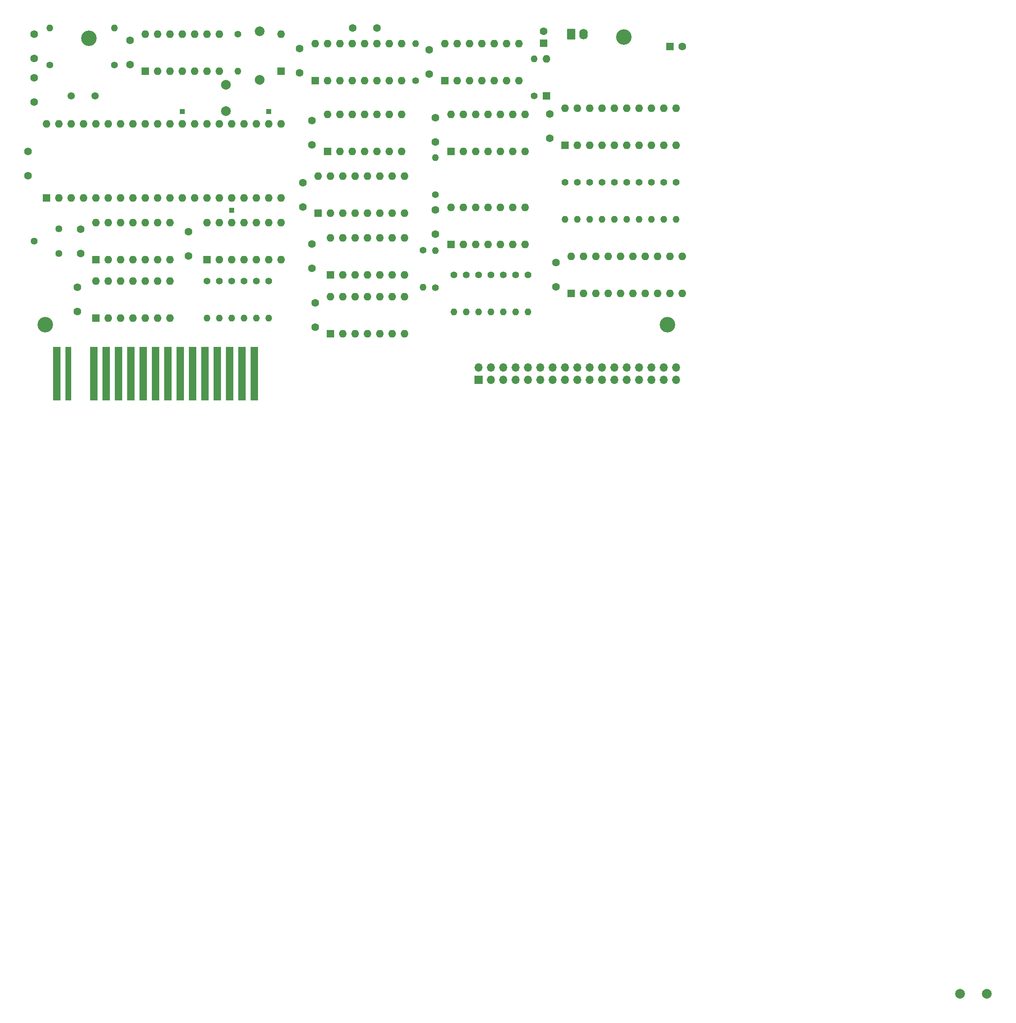
<source format=gbr>
%TF.GenerationSoftware,KiCad,Pcbnew,7.0.9*%
%TF.CreationDate,2024-01-09T01:54:30-03:00*%
%TF.ProjectId,HB-3600_FDC,48422d33-3630-4305-9f46-44432e6b6963,V1.0.0*%
%TF.SameCoordinates,Original*%
%TF.FileFunction,Soldermask,Top*%
%TF.FilePolarity,Negative*%
%FSLAX46Y46*%
G04 Gerber Fmt 4.6, Leading zero omitted, Abs format (unit mm)*
G04 Created by KiCad (PCBNEW 7.0.9) date 2024-01-09 01:54:30*
%MOMM*%
%LPD*%
G01*
G04 APERTURE LIST*
G04 Aperture macros list*
%AMRoundRect*
0 Rectangle with rounded corners*
0 $1 Rounding radius*
0 $2 $3 $4 $5 $6 $7 $8 $9 X,Y pos of 4 corners*
0 Add a 4 corners polygon primitive as box body*
4,1,4,$2,$3,$4,$5,$6,$7,$8,$9,$2,$3,0*
0 Add four circle primitives for the rounded corners*
1,1,$1+$1,$2,$3*
1,1,$1+$1,$4,$5*
1,1,$1+$1,$6,$7*
1,1,$1+$1,$8,$9*
0 Add four rect primitives between the rounded corners*
20,1,$1+$1,$2,$3,$4,$5,0*
20,1,$1+$1,$4,$5,$6,$7,0*
20,1,$1+$1,$6,$7,$8,$9,0*
20,1,$1+$1,$8,$9,$2,$3,0*%
G04 Aperture macros list end*
%ADD10C,3.200000*%
%ADD11R,1.600000X1.600000*%
%ADD12O,1.600000X1.600000*%
%ADD13C,1.400000*%
%ADD14O,1.400000X1.400000*%
%ADD15R,1.000000X1.000000*%
%ADD16C,1.440000*%
%ADD17C,1.600000*%
%ADD18C,2.000000*%
%ADD19C,1.500000*%
%ADD20RoundRect,0.250000X-0.620000X-0.845000X0.620000X-0.845000X0.620000X0.845000X-0.620000X0.845000X0*%
%ADD21O,1.740000X2.190000*%
%ADD22R,1.600000X11.000000*%
%ADD23R,1.300000X11.000000*%
%ADD24R,1.700000X1.700000*%
%ADD25O,1.700000X1.700000*%
G04 APERTURE END LIST*
D10*
%TO.C,HOLE4*%
X80975200Y-118200000D03*
%TD*%
D11*
%TO.C,U5*%
X139065000Y-82550000D03*
D12*
X141605000Y-82550000D03*
X144145000Y-82550000D03*
X146685000Y-82550000D03*
X149225000Y-82550000D03*
X151765000Y-82550000D03*
X154305000Y-82550000D03*
X154305000Y-74930000D03*
X151765000Y-74930000D03*
X149225000Y-74930000D03*
X146685000Y-74930000D03*
X144145000Y-74930000D03*
X141605000Y-74930000D03*
X139065000Y-74930000D03*
%TD*%
D11*
%TO.C,U12*%
X139700000Y-107950000D03*
D12*
X142240000Y-107950000D03*
X144780000Y-107950000D03*
X147320000Y-107950000D03*
X149860000Y-107950000D03*
X152400000Y-107950000D03*
X154940000Y-107950000D03*
X154940000Y-100330000D03*
X152400000Y-100330000D03*
X149860000Y-100330000D03*
X147320000Y-100330000D03*
X144780000Y-100330000D03*
X142240000Y-100330000D03*
X139700000Y-100330000D03*
%TD*%
D10*
%TO.C,HOLE1*%
X89940000Y-59230000D03*
%TD*%
D13*
%TO.C,R2*%
X95250000Y-64770000D03*
D14*
X95250000Y-57150000D03*
%TD*%
D11*
%TO.C,U3*%
X163195000Y-67945000D03*
D12*
X165735000Y-67945000D03*
X168275000Y-67945000D03*
X170815000Y-67945000D03*
X173355000Y-67945000D03*
X175895000Y-67945000D03*
X178435000Y-67945000D03*
X178435000Y-60325000D03*
X175895000Y-60325000D03*
X173355000Y-60325000D03*
X170815000Y-60325000D03*
X168275000Y-60325000D03*
X165735000Y-60325000D03*
X163195000Y-60325000D03*
%TD*%
D15*
%TO.C,TP3*%
X119380000Y-94615000D03*
%TD*%
D13*
%TO.C,RBD8*%
X205740000Y-88900000D03*
D14*
X205740000Y-96520000D03*
%TD*%
D11*
%TO.C,U2*%
X136525000Y-67945000D03*
D12*
X139065000Y-67945000D03*
X141605000Y-67945000D03*
X144145000Y-67945000D03*
X146685000Y-67945000D03*
X149225000Y-67945000D03*
X151765000Y-67945000D03*
X154305000Y-67945000D03*
X154305000Y-60325000D03*
X151765000Y-60325000D03*
X149225000Y-60325000D03*
X146685000Y-60325000D03*
X144145000Y-60325000D03*
X141605000Y-60325000D03*
X139065000Y-60325000D03*
X136525000Y-60325000D03*
%TD*%
D11*
%TO.C,U9*%
X164465000Y-101625400D03*
D12*
X167005000Y-101625400D03*
X169545000Y-101625400D03*
X172085000Y-101625400D03*
X174625000Y-101625400D03*
X177165000Y-101625400D03*
X179705000Y-101625400D03*
X179705000Y-94005400D03*
X177165000Y-94005400D03*
X174625000Y-94005400D03*
X172085000Y-94005400D03*
X169545000Y-94005400D03*
X167005000Y-94005400D03*
X164465000Y-94005400D03*
%TD*%
D13*
%TO.C,RBC3*%
X170180000Y-107950000D03*
D14*
X170180000Y-115570000D03*
%TD*%
D16*
%TO.C,RV1*%
X83820000Y-98425000D03*
X78740000Y-100965000D03*
X83820000Y-103505000D03*
%TD*%
D13*
%TO.C,RBD5*%
X198120000Y-88900000D03*
D14*
X198120000Y-96520000D03*
%TD*%
D17*
%TO.C,C19*%
X149265000Y-57150000D03*
X144265000Y-57150000D03*
%TD*%
D13*
%TO.C,RBF4*%
X121920000Y-109220000D03*
D14*
X121920000Y-116840000D03*
%TD*%
D13*
%TO.C,RBD3*%
X193040000Y-88900000D03*
D14*
X193040000Y-96520000D03*
%TD*%
D13*
%TO.C,RBD9*%
X208280000Y-88900000D03*
D14*
X208280000Y-96520000D03*
%TD*%
D18*
%TO.C,CV1*%
X269234833Y-255843000D03*
X274734833Y-255843000D03*
%TD*%
%TO.C,CV1*%
X118150000Y-68776400D03*
X118150000Y-74276400D03*
%TD*%
D13*
%TO.C,RBD6*%
X200660000Y-88900000D03*
D14*
X200660000Y-96520000D03*
%TD*%
D17*
%TO.C,C15*%
X136525000Y-113705000D03*
X136525000Y-118705000D03*
%TD*%
D15*
%TO.C,TP2*%
X127000000Y-74295000D03*
%TD*%
D19*
%TO.C,Y1*%
X86360000Y-71120000D03*
X91260000Y-71120000D03*
%TD*%
D13*
%TO.C,R6*%
X161264600Y-91440000D03*
D14*
X161264600Y-83820000D03*
%TD*%
D17*
%TO.C,C12*%
X135890000Y-101600000D03*
X135890000Y-106600000D03*
%TD*%
D13*
%TO.C,RBC2*%
X167640000Y-107950000D03*
D14*
X167640000Y-115570000D03*
%TD*%
D17*
%TO.C,C16*%
X78740000Y-63420000D03*
X78740000Y-58420000D03*
%TD*%
D11*
%TO.C,U10*%
X91440000Y-104775000D03*
D12*
X93980000Y-104775000D03*
X96520000Y-104775000D03*
X99060000Y-104775000D03*
X101600000Y-104775000D03*
X104140000Y-104775000D03*
X106680000Y-104775000D03*
X106680000Y-97155000D03*
X104140000Y-97155000D03*
X101600000Y-97155000D03*
X99060000Y-97155000D03*
X96520000Y-97155000D03*
X93980000Y-97155000D03*
X91440000Y-97155000D03*
%TD*%
D11*
%TO.C,U4*%
X81280000Y-92075000D03*
D12*
X83820000Y-92075000D03*
X86360000Y-92075000D03*
X88900000Y-92075000D03*
X91440000Y-92075000D03*
X93980000Y-92075000D03*
X96520000Y-92075000D03*
X99060000Y-92075000D03*
X101600000Y-92075000D03*
X104140000Y-92075000D03*
X106680000Y-92075000D03*
X109220000Y-92075000D03*
X111760000Y-92075000D03*
X114300000Y-92075000D03*
X116840000Y-92075000D03*
X119380000Y-92075000D03*
X121920000Y-92075000D03*
X124460000Y-92075000D03*
X127000000Y-92075000D03*
X129540000Y-92075000D03*
X129540000Y-76835000D03*
X127000000Y-76835000D03*
X124460000Y-76835000D03*
X121920000Y-76835000D03*
X119380000Y-76835000D03*
X116840000Y-76835000D03*
X114300000Y-76835000D03*
X111760000Y-76835000D03*
X109220000Y-76835000D03*
X106680000Y-76835000D03*
X104140000Y-76835000D03*
X101600000Y-76835000D03*
X99060000Y-76835000D03*
X96520000Y-76835000D03*
X93980000Y-76835000D03*
X91440000Y-76835000D03*
X88900000Y-76835000D03*
X86360000Y-76835000D03*
X83820000Y-76835000D03*
X81280000Y-76835000D03*
%TD*%
D17*
%TO.C,C5*%
X135890000Y-76200000D03*
X135890000Y-81200000D03*
%TD*%
%TO.C,C11*%
X110490000Y-99060000D03*
X110490000Y-104060000D03*
%TD*%
%TO.C,C1*%
X98425000Y-64690000D03*
X98425000Y-59690000D03*
%TD*%
D11*
%TO.C,U7*%
X187960000Y-81280000D03*
D12*
X190500000Y-81280000D03*
X193040000Y-81280000D03*
X195580000Y-81280000D03*
X198120000Y-81280000D03*
X200660000Y-81280000D03*
X203200000Y-81280000D03*
X205740000Y-81280000D03*
X208280000Y-81280000D03*
X210820000Y-81280000D03*
X210820000Y-73660000D03*
X208280000Y-73660000D03*
X205740000Y-73660000D03*
X203200000Y-73660000D03*
X200660000Y-73660000D03*
X198120000Y-73660000D03*
X195580000Y-73660000D03*
X193040000Y-73660000D03*
X190500000Y-73660000D03*
X187960000Y-73660000D03*
%TD*%
D17*
%TO.C,C14*%
X87630000Y-115490000D03*
X87630000Y-110490000D03*
%TD*%
D13*
%TO.C,RBC5*%
X175260000Y-107950000D03*
D14*
X175260000Y-115570000D03*
%TD*%
D11*
%TO.C,U11*%
X114300000Y-104775000D03*
D12*
X116840000Y-104775000D03*
X119380000Y-104775000D03*
X121920000Y-104775000D03*
X124460000Y-104775000D03*
X127000000Y-104775000D03*
X129540000Y-104775000D03*
X129540000Y-97155000D03*
X127000000Y-97155000D03*
X124460000Y-97155000D03*
X121920000Y-97155000D03*
X119380000Y-97155000D03*
X116840000Y-97155000D03*
X114300000Y-97155000D03*
%TD*%
D11*
%TO.C,D1*%
X129540000Y-66040000D03*
D12*
X129540000Y-58420000D03*
%TD*%
D13*
%TO.C,RBF5*%
X124460000Y-109220000D03*
D14*
X124460000Y-116840000D03*
%TD*%
D11*
%TO.C,U13*%
X189230000Y-111760000D03*
D12*
X191770000Y-111760000D03*
X194310000Y-111760000D03*
X196850000Y-111760000D03*
X199390000Y-111760000D03*
X201930000Y-111760000D03*
X204470000Y-111760000D03*
X207010000Y-111760000D03*
X209550000Y-111760000D03*
X212090000Y-111760000D03*
X212090000Y-104140000D03*
X209550000Y-104140000D03*
X207010000Y-104140000D03*
X204470000Y-104140000D03*
X201930000Y-104140000D03*
X199390000Y-104140000D03*
X196850000Y-104140000D03*
X194310000Y-104140000D03*
X191770000Y-104140000D03*
X189230000Y-104140000D03*
%TD*%
D11*
%TO.C,U14*%
X91440000Y-116840000D03*
D12*
X93980000Y-116840000D03*
X96520000Y-116840000D03*
X99060000Y-116840000D03*
X101600000Y-116840000D03*
X104140000Y-116840000D03*
X106680000Y-116840000D03*
X106680000Y-109220000D03*
X104140000Y-109220000D03*
X101600000Y-109220000D03*
X99060000Y-109220000D03*
X96520000Y-109220000D03*
X93980000Y-109220000D03*
X91440000Y-109220000D03*
%TD*%
D13*
%TO.C,R7*%
X158750000Y-102870000D03*
D14*
X158750000Y-110490000D03*
%TD*%
D13*
%TO.C,RBD4*%
X195580000Y-88900000D03*
D14*
X195580000Y-96520000D03*
%TD*%
D13*
%TO.C,RBF6*%
X127000000Y-109220000D03*
D14*
X127000000Y-116840000D03*
%TD*%
D11*
%TO.C,C21*%
X209550000Y-60960000D03*
D17*
X212050000Y-60960000D03*
%TD*%
D13*
%TO.C,RBF1*%
X114300000Y-109220000D03*
D14*
X114300000Y-116840000D03*
%TD*%
D20*
%TO.C,CN3*%
X189230000Y-58420000D03*
D21*
X191770000Y-58420000D03*
%TD*%
D13*
%TO.C,R4*%
X157226000Y-67945000D03*
D14*
X157226000Y-60325000D03*
%TD*%
D15*
%TO.C,TP1*%
X109220000Y-74295000D03*
%TD*%
D13*
%TO.C,RBD2*%
X190500000Y-88900000D03*
D14*
X190500000Y-96520000D03*
%TD*%
D17*
%TO.C,C8*%
X133985000Y-88940000D03*
X133985000Y-93940000D03*
%TD*%
D10*
%TO.C,HOLE2*%
X208991200Y-118180000D03*
%TD*%
D13*
%TO.C,RBC4*%
X172720000Y-107950000D03*
D14*
X172720000Y-115570000D03*
%TD*%
D17*
%TO.C,C7*%
X184785000Y-74853800D03*
X184785000Y-79853800D03*
%TD*%
D13*
%TO.C,RBC6*%
X177800000Y-107950000D03*
D14*
X177800000Y-115570000D03*
%TD*%
D13*
%TO.C,RBD1*%
X187960000Y-88900000D03*
D14*
X187960000Y-96520000D03*
%TD*%
D11*
%TO.C,D2*%
X184150000Y-71120000D03*
D12*
X184150000Y-63500000D03*
%TD*%
D11*
%TO.C,U1*%
X101600000Y-66040000D03*
D12*
X104140000Y-66040000D03*
X106680000Y-66040000D03*
X109220000Y-66040000D03*
X111760000Y-66040000D03*
X114300000Y-66040000D03*
X116840000Y-66040000D03*
X116840000Y-58420000D03*
X114300000Y-58420000D03*
X111760000Y-58420000D03*
X109220000Y-58420000D03*
X106680000Y-58420000D03*
X104140000Y-58420000D03*
X101600000Y-58420000D03*
%TD*%
D13*
%TO.C,R8*%
X161290000Y-110515400D03*
D14*
X161290000Y-102895400D03*
%TD*%
D10*
%TO.C,HOLE3*%
X200012700Y-58953900D03*
%TD*%
D13*
%TO.C,RBD7*%
X203200000Y-88900000D03*
D14*
X203200000Y-96520000D03*
%TD*%
D11*
%TO.C,U6*%
X164465000Y-82550000D03*
D12*
X167005000Y-82550000D03*
X169545000Y-82550000D03*
X172085000Y-82550000D03*
X174625000Y-82550000D03*
X177165000Y-82550000D03*
X179705000Y-82550000D03*
X179705000Y-74930000D03*
X177165000Y-74930000D03*
X174625000Y-74930000D03*
X172085000Y-74930000D03*
X169545000Y-74930000D03*
X167005000Y-74930000D03*
X164465000Y-74930000D03*
%TD*%
D17*
%TO.C,C2*%
X133350000Y-61391800D03*
X133350000Y-66391800D03*
%TD*%
D13*
%TO.C,RBC1*%
X165074600Y-107950000D03*
D14*
X165074600Y-115570000D03*
%TD*%
D11*
%TO.C,U15*%
X139700000Y-120015000D03*
D12*
X142240000Y-120015000D03*
X144780000Y-120015000D03*
X147320000Y-120015000D03*
X149860000Y-120015000D03*
X152400000Y-120015000D03*
X154940000Y-120015000D03*
X154940000Y-112395000D03*
X152400000Y-112395000D03*
X149860000Y-112395000D03*
X147320000Y-112395000D03*
X144780000Y-112395000D03*
X142240000Y-112395000D03*
X139700000Y-112395000D03*
%TD*%
D17*
%TO.C,C10*%
X88265000Y-98505000D03*
X88265000Y-103505000D03*
%TD*%
D18*
%TO.C,C18*%
X125095000Y-57785000D03*
X125095000Y-67785000D03*
%TD*%
D13*
%TO.C,R5*%
X181610000Y-71120000D03*
D14*
X181610000Y-63500000D03*
%TD*%
D22*
%TO.C,CN2*%
X83375500Y-128270000D03*
D23*
X85725000Y-128257300D03*
D22*
X90995500Y-128270000D03*
X93535500Y-128270000D03*
X96075500Y-128270000D03*
X98615500Y-128270000D03*
X101155500Y-128270000D03*
X103695500Y-128270000D03*
X106235500Y-128270000D03*
X108775500Y-128270000D03*
X111315500Y-128270000D03*
X113855500Y-128270000D03*
X116395500Y-128270000D03*
X118935500Y-128270000D03*
X121475500Y-128270000D03*
X124015500Y-128270000D03*
%TD*%
D13*
%TO.C,R1*%
X81915000Y-64770000D03*
D14*
X81915000Y-57150000D03*
%TD*%
D17*
%TO.C,C17*%
X78740000Y-72390000D03*
X78740000Y-67390000D03*
%TD*%
%TO.C,C4*%
X77470000Y-82550000D03*
X77470000Y-87550000D03*
%TD*%
D13*
%TO.C,RBC7*%
X180340000Y-107950000D03*
D14*
X180340000Y-115570000D03*
%TD*%
D11*
%TO.C,U8*%
X137160000Y-95250000D03*
D12*
X139700000Y-95250000D03*
X142240000Y-95250000D03*
X144780000Y-95250000D03*
X147320000Y-95250000D03*
X149860000Y-95250000D03*
X152400000Y-95250000D03*
X154940000Y-95250000D03*
X154940000Y-87630000D03*
X152400000Y-87630000D03*
X149860000Y-87630000D03*
X147320000Y-87630000D03*
X144780000Y-87630000D03*
X142240000Y-87630000D03*
X139700000Y-87630000D03*
X137160000Y-87630000D03*
%TD*%
D13*
%TO.C,RBF3*%
X119380000Y-109220000D03*
D14*
X119380000Y-116840000D03*
%TD*%
D13*
%TO.C,RBD10*%
X210820000Y-88900000D03*
D14*
X210820000Y-96520000D03*
%TD*%
D13*
%TO.C,R3*%
X120650000Y-58420000D03*
D14*
X120650000Y-66040000D03*
%TD*%
D17*
%TO.C,C6*%
X161290000Y-75565000D03*
X161290000Y-80565000D03*
%TD*%
%TO.C,C9*%
X161264600Y-94589600D03*
X161264600Y-99589600D03*
%TD*%
D24*
%TO.C,CN1*%
X170180000Y-129540000D03*
D25*
X170180000Y-127000000D03*
X172720000Y-129540000D03*
X172720000Y-127000000D03*
X175260000Y-129540000D03*
X175260000Y-127000000D03*
X177800000Y-129540000D03*
X177800000Y-127000000D03*
X180340000Y-129540000D03*
X180340000Y-127000000D03*
X182880000Y-129540000D03*
X182880000Y-127000000D03*
X185420000Y-129540000D03*
X185420000Y-127000000D03*
X187960000Y-129540000D03*
X187960000Y-127000000D03*
X190500000Y-129540000D03*
X190500000Y-127000000D03*
X193040000Y-129540000D03*
X193040000Y-127000000D03*
X195580000Y-129540000D03*
X195580000Y-127000000D03*
X198120000Y-129540000D03*
X198120000Y-127000000D03*
X200660000Y-129540000D03*
X200660000Y-127000000D03*
X203200000Y-129540000D03*
X203200000Y-127000000D03*
X205740000Y-129540000D03*
X205740000Y-127000000D03*
X208280000Y-129540000D03*
X208280000Y-127000000D03*
X210820000Y-129540000D03*
X210820000Y-127000000D03*
%TD*%
D11*
%TO.C,C20*%
X183515000Y-60285000D03*
D17*
X183515000Y-57785000D03*
%TD*%
%TO.C,C13*%
X186055000Y-105410000D03*
X186055000Y-110410000D03*
%TD*%
D13*
%TO.C,RBF2*%
X116840000Y-109220000D03*
D14*
X116840000Y-116840000D03*
%TD*%
D17*
%TO.C,C3*%
X160020000Y-61595000D03*
X160020000Y-66595000D03*
%TD*%
M02*

</source>
